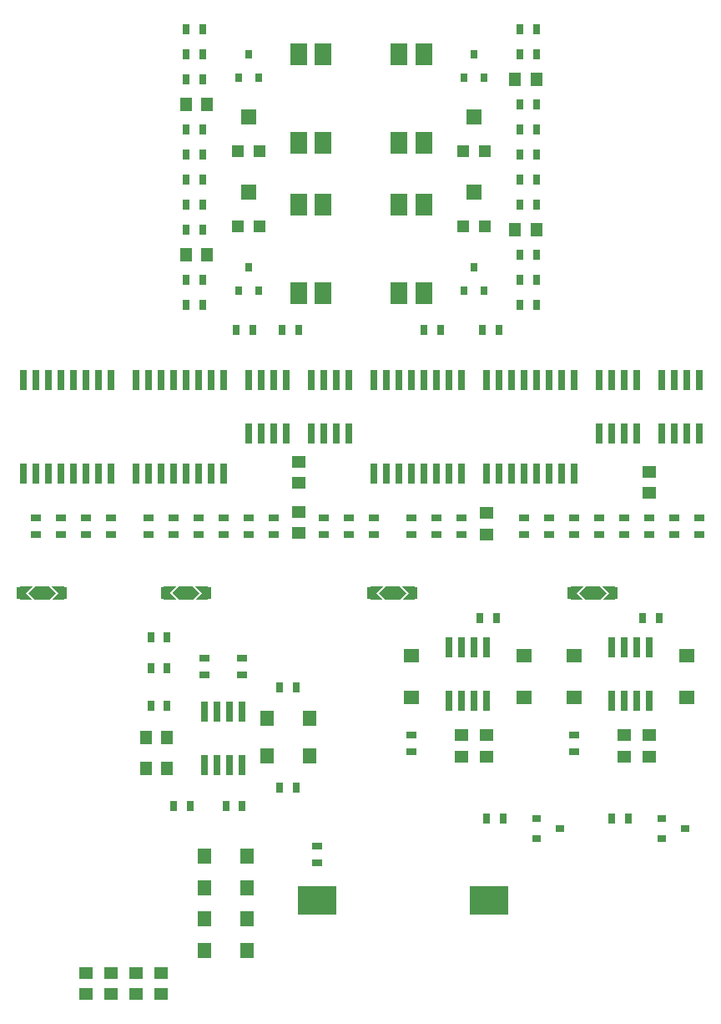
<source format=gbr>
%TF.GenerationSoftware,Altium Limited,Altium Designer,21.0.4 (50)*%
G04 Layer_Color=8421504*
%FSLAX25Y25*%
%MOIN*%
%TF.SameCoordinates,7C4F9ACF-F1D8-4562-922E-26F05696B097*%
%TF.FilePolarity,Positive*%
%TF.FileFunction,Paste,Top*%
%TF.Part,Single*%
G01*
G75*
%TA.AperFunction,SMDPad,CuDef*%
%ADD10R,0.03150X0.03937*%
%ADD11R,0.04500X0.05400*%
%ADD12R,0.05709X0.06496*%
%ADD13R,0.15748X0.11811*%
%ADD14R,0.03937X0.03150*%
%ADD15R,0.02756X0.07874*%
%ADD16R,0.03740X0.03150*%
%ADD17R,0.01181X0.05118*%
%ADD18R,0.06496X0.05709*%
%ADD19R,0.05400X0.04500*%
%ADD20R,0.03150X0.03740*%
%ADD21R,0.07087X0.09055*%
%ADD22R,0.04724X0.04724*%
%ADD23R,0.06299X0.06299*%
G36*
X17500Y217441D02*
X14646D01*
X12087Y220000D01*
X14646Y222559D01*
X17500D01*
Y217441D01*
D02*
G37*
G36*
X11102Y220000D02*
X13661Y217441D01*
X8642D01*
Y222559D01*
X13661D01*
X11102Y220000D01*
D02*
G37*
G36*
X22913Y220000D02*
X20354Y217441D01*
X17500D01*
Y222559D01*
X20354D01*
X22913Y220000D01*
D02*
G37*
G36*
X26358Y217441D02*
X21339D01*
X23898Y220000D01*
X21339Y222559D01*
X26358D01*
Y217441D01*
D02*
G37*
G36*
X75000Y217441D02*
X72146D01*
X69587Y220000D01*
X72146Y222559D01*
X75000D01*
Y217441D01*
D02*
G37*
G36*
X68602Y220000D02*
X71161Y217441D01*
X66142D01*
Y222559D01*
X71161D01*
X68602Y220000D01*
D02*
G37*
G36*
X80413Y220000D02*
X77854Y217441D01*
X75000D01*
Y222559D01*
X77854D01*
X80413Y220000D01*
D02*
G37*
G36*
X83858Y217441D02*
X78839D01*
X81398Y220000D01*
X78839Y222559D01*
X83858D01*
Y217441D01*
D02*
G37*
G36*
X151102Y220000D02*
X153661Y217441D01*
X148642D01*
Y222559D01*
X153661D01*
X151102Y220000D01*
D02*
G37*
G36*
X157500Y217441D02*
X154646D01*
X152087Y220000D01*
X154646Y222559D01*
X157500D01*
Y217441D01*
D02*
G37*
G36*
X166358Y217441D02*
X161339D01*
X163898Y220000D01*
X161339Y222559D01*
X166358D01*
Y217441D01*
D02*
G37*
G36*
X162913Y220000D02*
X160354Y217441D01*
X157500D01*
Y222559D01*
X160354D01*
X162913Y220000D01*
D02*
G37*
G36*
X231102Y220000D02*
X233661Y217441D01*
X228642D01*
Y222559D01*
X233661D01*
X231102Y220000D01*
D02*
G37*
G36*
X237500Y217441D02*
X234646D01*
X232087Y220000D01*
X234646Y222559D01*
X237500D01*
Y217441D01*
D02*
G37*
G36*
X246358Y217441D02*
X241339D01*
X243898Y220000D01*
X241339Y222559D01*
X246358D01*
Y217441D01*
D02*
G37*
G36*
X242913Y220000D02*
X240354Y217441D01*
X237500D01*
Y222559D01*
X240354D01*
X242913Y220000D01*
D02*
G37*
D10*
X97500Y135000D02*
D03*
X90906D02*
D03*
X60906Y175000D02*
D03*
X67500D02*
D03*
X112500Y182500D02*
D03*
X119094D02*
D03*
X112500Y142500D02*
D03*
X119094D02*
D03*
X67500Y202500D02*
D03*
X60906D02*
D03*
X67500Y190000D02*
D03*
X60906D02*
D03*
X192500Y210000D02*
D03*
X199094D02*
D03*
X257500D02*
D03*
X264094D02*
D03*
X70000Y135000D02*
D03*
X76594D02*
D03*
X201594Y130000D02*
D03*
X195000D02*
D03*
X251594D02*
D03*
X245000D02*
D03*
X200000Y325000D02*
D03*
X193406D02*
D03*
X170000D02*
D03*
X176594D02*
D03*
X101594D02*
D03*
X95000D02*
D03*
X208406Y375000D02*
D03*
X215000D02*
D03*
X208406Y385000D02*
D03*
X215000D02*
D03*
X208406Y335000D02*
D03*
X215000D02*
D03*
X208406Y345000D02*
D03*
X215000D02*
D03*
X208406Y355000D02*
D03*
X215000D02*
D03*
X208406Y415000D02*
D03*
X215000D02*
D03*
X208406Y435000D02*
D03*
X215000D02*
D03*
X208406Y445000D02*
D03*
X215000D02*
D03*
X208406Y405000D02*
D03*
X215000D02*
D03*
X208406Y395000D02*
D03*
X215000D02*
D03*
X75000Y435000D02*
D03*
X81594D02*
D03*
X75000Y445000D02*
D03*
X81594D02*
D03*
Y345000D02*
D03*
X75000D02*
D03*
X81594Y365000D02*
D03*
X75000D02*
D03*
X81594Y335000D02*
D03*
X75000D02*
D03*
Y425000D02*
D03*
X81594D02*
D03*
X75000Y405000D02*
D03*
X81594D02*
D03*
Y375000D02*
D03*
X75000D02*
D03*
X81594Y385000D02*
D03*
X75000D02*
D03*
Y395000D02*
D03*
X81594D02*
D03*
X120000Y325000D02*
D03*
X113406D02*
D03*
D11*
X67500Y162500D02*
D03*
X59000D02*
D03*
X67500Y150000D02*
D03*
X59000D02*
D03*
X206500Y365000D02*
D03*
X215000D02*
D03*
X206500Y425000D02*
D03*
X215000D02*
D03*
X75000Y355000D02*
D03*
X83500D02*
D03*
Y415000D02*
D03*
X75000D02*
D03*
D12*
X124232Y170000D02*
D03*
X107500D02*
D03*
X124232Y155000D02*
D03*
X107500D02*
D03*
X99232Y115000D02*
D03*
X82500D02*
D03*
X99232Y102500D02*
D03*
X82500D02*
D03*
X99232Y90000D02*
D03*
X82500D02*
D03*
X99232Y77500D02*
D03*
X82500D02*
D03*
D13*
X127500Y97500D02*
D03*
X196004D02*
D03*
D14*
X97500Y194094D02*
D03*
Y187500D02*
D03*
X82500Y194094D02*
D03*
Y187500D02*
D03*
X230000Y163268D02*
D03*
Y156673D02*
D03*
X165000Y163268D02*
D03*
Y156673D02*
D03*
X250000Y243406D02*
D03*
X270000D02*
D03*
X260000D02*
D03*
X280000D02*
D03*
X100000D02*
D03*
X150000D02*
D03*
X110000D02*
D03*
X140000D02*
D03*
X130000D02*
D03*
X240000D02*
D03*
X230000D02*
D03*
X220000D02*
D03*
X210000D02*
D03*
X185000D02*
D03*
X175000D02*
D03*
X165000D02*
D03*
X90000D02*
D03*
X80000D02*
D03*
X70000D02*
D03*
X45000D02*
D03*
X25000D02*
D03*
X35000D02*
D03*
X15000D02*
D03*
X60000D02*
D03*
X127500Y119094D02*
D03*
X250000Y250000D02*
D03*
X270000D02*
D03*
X260000D02*
D03*
X280000D02*
D03*
X100000D02*
D03*
X150000D02*
D03*
X110000D02*
D03*
X140000D02*
D03*
X130000D02*
D03*
X240000D02*
D03*
X230000D02*
D03*
X220000D02*
D03*
X210000D02*
D03*
X185000D02*
D03*
X175000D02*
D03*
X165000D02*
D03*
X90000D02*
D03*
X80000D02*
D03*
X70000D02*
D03*
X45000D02*
D03*
X25000D02*
D03*
X35000D02*
D03*
X15000D02*
D03*
X60000D02*
D03*
X127500Y112500D02*
D03*
D15*
X92500Y151270D02*
D03*
X97500D02*
D03*
X87500D02*
D03*
X82500D02*
D03*
X92500Y172530D02*
D03*
X82500D02*
D03*
X87500D02*
D03*
X97500D02*
D03*
X190000Y177008D02*
D03*
X195000D02*
D03*
X185000D02*
D03*
X180000D02*
D03*
X190000Y198268D02*
D03*
X180000D02*
D03*
X185000D02*
D03*
X195000D02*
D03*
X255000Y177038D02*
D03*
X260000D02*
D03*
X250000D02*
D03*
X245000D02*
D03*
X255000Y198298D02*
D03*
X245000D02*
D03*
X250000D02*
D03*
X260000D02*
D03*
X280000Y305000D02*
D03*
X275000D02*
D03*
X270000D02*
D03*
X265000D02*
D03*
X280000Y283740D02*
D03*
X275000D02*
D03*
X270000D02*
D03*
X265000D02*
D03*
X240000D02*
D03*
X245000D02*
D03*
X250000D02*
D03*
X255000D02*
D03*
X240000Y305000D02*
D03*
X245000D02*
D03*
X250000D02*
D03*
X255000D02*
D03*
X195000Y267598D02*
D03*
X200000D02*
D03*
X205000D02*
D03*
X210000D02*
D03*
X215000D02*
D03*
X220000D02*
D03*
X225000D02*
D03*
X230000D02*
D03*
X195000Y305000D02*
D03*
X200000D02*
D03*
X205000D02*
D03*
X210000D02*
D03*
X215000D02*
D03*
X220000D02*
D03*
X225000D02*
D03*
X230000D02*
D03*
X150000Y267598D02*
D03*
X155000D02*
D03*
X160000D02*
D03*
X165000D02*
D03*
X170000D02*
D03*
X175000D02*
D03*
X180000D02*
D03*
X185000D02*
D03*
X150000Y305000D02*
D03*
X155000D02*
D03*
X160000D02*
D03*
X165000D02*
D03*
X170000D02*
D03*
X175000D02*
D03*
X180000D02*
D03*
X185000D02*
D03*
X140000D02*
D03*
X135000D02*
D03*
X130000D02*
D03*
X125000D02*
D03*
X140000Y283740D02*
D03*
X135000D02*
D03*
X130000D02*
D03*
X125000D02*
D03*
X115000Y305000D02*
D03*
X110000D02*
D03*
X105000D02*
D03*
X100000D02*
D03*
X115000Y283740D02*
D03*
X110000D02*
D03*
X105000D02*
D03*
X100000D02*
D03*
X55000Y267598D02*
D03*
X60000D02*
D03*
X65000D02*
D03*
X70000D02*
D03*
X75000D02*
D03*
X80000D02*
D03*
X85000D02*
D03*
X90000D02*
D03*
X55000Y305000D02*
D03*
X60000D02*
D03*
X65000D02*
D03*
X70000D02*
D03*
X75000D02*
D03*
X80000D02*
D03*
X85000D02*
D03*
X90000D02*
D03*
X10000Y267598D02*
D03*
X15000D02*
D03*
X20000D02*
D03*
X25000D02*
D03*
X30000D02*
D03*
X35000D02*
D03*
X40000D02*
D03*
X45000D02*
D03*
X10000Y305000D02*
D03*
X15000D02*
D03*
X20000D02*
D03*
X25000D02*
D03*
X30000D02*
D03*
X35000D02*
D03*
X40000D02*
D03*
X45000D02*
D03*
D16*
X224449Y126063D02*
D03*
X215000Y130000D02*
D03*
Y122126D02*
D03*
X274449Y126063D02*
D03*
X265000Y130000D02*
D03*
Y122126D02*
D03*
D17*
X246850Y220000D02*
D03*
X237500D02*
D03*
X228150D02*
D03*
X166850D02*
D03*
X157500D02*
D03*
X148150D02*
D03*
X65650D02*
D03*
X75000D02*
D03*
X84350D02*
D03*
X8150D02*
D03*
X17500D02*
D03*
X26850D02*
D03*
D18*
X230000Y195000D02*
D03*
Y178268D02*
D03*
X275000Y195000D02*
D03*
Y178268D02*
D03*
X165000Y195000D02*
D03*
Y178268D02*
D03*
X210000Y195000D02*
D03*
Y178268D02*
D03*
D19*
X260000Y163268D02*
D03*
Y154768D02*
D03*
X250000Y163268D02*
D03*
Y154768D02*
D03*
X195000Y163268D02*
D03*
Y154768D02*
D03*
X185000Y163268D02*
D03*
Y154768D02*
D03*
X35000Y68500D02*
D03*
Y60000D02*
D03*
X65000Y68500D02*
D03*
Y60000D02*
D03*
X55000Y68500D02*
D03*
Y60000D02*
D03*
X45000Y68500D02*
D03*
Y60000D02*
D03*
X195000Y243406D02*
D03*
X120000Y244000D02*
D03*
X260000Y260000D02*
D03*
X120000Y264000D02*
D03*
X260000Y268500D02*
D03*
X195000Y251906D02*
D03*
X120000Y252500D02*
D03*
Y272500D02*
D03*
D20*
X186063Y425551D02*
D03*
X193937D02*
D03*
X190000Y435000D02*
D03*
Y350000D02*
D03*
X193937Y340551D02*
D03*
X186063D02*
D03*
X100000Y350000D02*
D03*
X103937Y340551D02*
D03*
X96063D02*
D03*
X100000Y435000D02*
D03*
X103937Y425551D02*
D03*
X96063D02*
D03*
D21*
X170000Y435000D02*
D03*
X160157D02*
D03*
X170000Y399567D02*
D03*
X160157D02*
D03*
X129843Y435000D02*
D03*
X120000D02*
D03*
X129843Y399567D02*
D03*
X120000D02*
D03*
X160157Y339567D02*
D03*
X170000D02*
D03*
X160157Y375000D02*
D03*
X170000D02*
D03*
X120000Y339567D02*
D03*
X129843D02*
D03*
X120000Y375000D02*
D03*
X129843D02*
D03*
D22*
X185669Y396220D02*
D03*
X194331D02*
D03*
X185669Y366220D02*
D03*
X194331D02*
D03*
X104331D02*
D03*
X95669D02*
D03*
X104331Y396220D02*
D03*
X95669D02*
D03*
D23*
X190000Y410000D02*
D03*
Y380000D02*
D03*
X100000D02*
D03*
Y410000D02*
D03*
%TF.MD5,f81887e825d67d39c66298497141ee59*%
M02*

</source>
